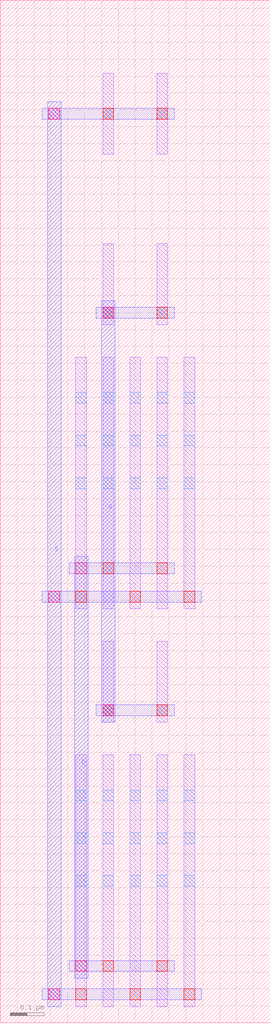
<source format=lef>
MACRO Switch_NMOS_nfin12_n12_X1_Y1
  ORIGIN 0 0 ;
  FOREIGN Switch_NMOS_nfin12_n12_X1_Y1 0 0 ;
  SIZE 0.6400 BY 1.8480 ;
  PIN S
    DIRECTION INOUT ;
    USE SIGNAL ;
    PORT
      LAYER M3 ;
        RECT 0.0600 0.0480 0.1000 1.5480 ;
    END
  END S
  PIN D
    DIRECTION INOUT ;
    USE SIGNAL ;
    PORT
      LAYER M2 ;
        RECT 0.1240 0.1520 0.3560 0.1840 ;
    END
  END D
  PIN G
    DIRECTION INOUT ;
    USE SIGNAL ;
    PORT
      LAYER M2 ;
        RECT 0.1240 0.9080 0.3560 0.9400 ;
    END
  END G
  OBS
    LAYER M1 ;
      RECT 0.3040 0.0480 0.3360 0.7920 ;
    LAYER M1 ;
      RECT 0.3040 0.8880 0.3360 1.1280 ;
    LAYER M1 ;
      RECT 0.3040 1.3920 0.3360 1.6320 ;
    LAYER M1 ;
      RECT 0.2240 0.0480 0.2560 0.7920 ;
    LAYER M1 ;
      RECT 0.3840 0.0480 0.4160 0.7920 ;
    LAYER M2 ;
      RECT 0.0440 0.0680 0.4360 0.1000 ;
    LAYER M2 ;
      RECT 0.0440 1.4960 0.3560 1.5280 ;
    LAYER V1 ;
      RECT 0.2240 0.0680 0.2560 0.1000 ;
    LAYER V1 ;
      RECT 0.3840 0.0680 0.4160 0.1000 ;
    LAYER V1 ;
      RECT 0.3040 0.1520 0.3360 0.1840 ;
    LAYER V1 ;
      RECT 0.3040 0.9080 0.3360 0.9400 ;
    LAYER V1 ;
      RECT 0.3040 1.4960 0.3360 1.5280 ;
    LAYER V2 ;
      RECT 0.0640 0.0680 0.0960 0.1000 ;
    LAYER V2 ;
      RECT 0.0640 1.4960 0.0960 1.5280 ;
    LAYER V0 ;
      RECT 0.3040 0.4040 0.3360 0.4360 ;
    LAYER V0 ;
      RECT 0.3040 0.5300 0.3360 0.5620 ;
    LAYER V0 ;
      RECT 0.3040 0.6560 0.3360 0.6880 ;
    LAYER V0 ;
      RECT 0.3040 0.9080 0.3360 0.9400 ;
    LAYER V0 ;
      RECT 0.3040 1.4960 0.3360 1.5280 ;
    LAYER V0 ;
      RECT 0.2240 0.4040 0.2560 0.4360 ;
    LAYER V0 ;
      RECT 0.2240 0.5300 0.2560 0.5620 ;
    LAYER V0 ;
      RECT 0.2240 0.6560 0.2560 0.6880 ;
    LAYER V0 ;
      RECT 0.3840 0.4040 0.4160 0.4360 ;
    LAYER V0 ;
      RECT 0.3840 0.5300 0.4160 0.5620 ;
    LAYER V0 ;
      RECT 0.3840 0.6560 0.4160 0.6880 ;
  END
END Switch_NMOS_nfin12_n12_X1_Y1
MACRO Switch_PMOS_nfin24_n12_X2_Y1
  ORIGIN 0 0 ;
  FOREIGN Switch_PMOS_nfin24_n12_X2_Y1 0 0 ;
  SIZE 0.8000 BY 1.8480 ;
  PIN S
    DIRECTION INOUT ;
    USE SIGNAL ;
    PORT
      LAYER M3 ;
        RECT 0.1400 0.0480 0.1800 1.5480 ;
    END
  END S
  PIN D
    DIRECTION INOUT ;
    USE SIGNAL ;
    PORT
      LAYER M2 ;
        RECT 0.2840 0.1520 0.5160 0.1840 ;
    END
  END D
  PIN G
    DIRECTION INOUT ;
    USE SIGNAL ;
    PORT
      LAYER M2 ;
        RECT 0.2840 0.9080 0.5160 0.9400 ;
    END
  END G
  OBS
    LAYER M1 ;
      RECT 0.3040 0.0480 0.3360 0.7920 ;
    LAYER M1 ;
      RECT 0.3040 0.8880 0.3360 1.1280 ;
    LAYER M1 ;
      RECT 0.3040 1.3920 0.3360 1.6320 ;
    LAYER M1 ;
      RECT 0.2240 0.0480 0.2560 0.7920 ;
    LAYER M1 ;
      RECT 0.3840 0.0480 0.4160 0.7920 ;
    LAYER M1 ;
      RECT 0.4640 0.0480 0.4960 0.7920 ;
    LAYER M1 ;
      RECT 0.4640 0.8880 0.4960 1.1280 ;
    LAYER M1 ;
      RECT 0.4640 1.3920 0.4960 1.6320 ;
    LAYER M1 ;
      RECT 0.5440 0.0480 0.5760 0.7920 ;
    LAYER M2 ;
      RECT 0.1240 0.0680 0.5960 0.1000 ;
    LAYER M2 ;
      RECT 0.1240 1.4960 0.5160 1.5280 ;
    LAYER V1 ;
      RECT 0.2240 0.0680 0.2560 0.1000 ;
    LAYER V1 ;
      RECT 0.3840 0.0680 0.4160 0.1000 ;
    LAYER V1 ;
      RECT 0.5440 0.0680 0.5760 0.1000 ;
    LAYER V1 ;
      RECT 0.3040 0.1520 0.3360 0.1840 ;
    LAYER V1 ;
      RECT 0.3040 0.9080 0.3360 0.9400 ;
    LAYER V1 ;
      RECT 0.3040 1.4960 0.3360 1.5280 ;
    LAYER V1 ;
      RECT 0.4640 0.1520 0.4960 0.1840 ;
    LAYER V1 ;
      RECT 0.4640 0.9080 0.4960 0.9400 ;
    LAYER V1 ;
      RECT 0.4640 1.4960 0.4960 1.5280 ;
    LAYER V2 ;
      RECT 0.1440 0.0680 0.1760 0.1000 ;
    LAYER V2 ;
      RECT 0.1440 1.4960 0.1760 1.5280 ;
    LAYER V0 ;
      RECT 0.3040 0.4040 0.3360 0.4360 ;
    LAYER V0 ;
      RECT 0.3040 0.5300 0.3360 0.5620 ;
    LAYER V0 ;
      RECT 0.3040 0.6560 0.3360 0.6880 ;
    LAYER V0 ;
      RECT 0.3040 0.9080 0.3360 0.9400 ;
    LAYER V0 ;
      RECT 0.3040 1.4960 0.3360 1.5280 ;
    LAYER V0 ;
      RECT 0.2240 0.4040 0.2560 0.4360 ;
    LAYER V0 ;
      RECT 0.2240 0.5300 0.2560 0.5620 ;
    LAYER V0 ;
      RECT 0.2240 0.6560 0.2560 0.6880 ;
    LAYER V0 ;
      RECT 0.3840 0.4040 0.4160 0.4360 ;
    LAYER V0 ;
      RECT 0.3840 0.4040 0.4160 0.4360 ;
    LAYER V0 ;
      RECT 0.3840 0.5300 0.4160 0.5620 ;
    LAYER V0 ;
      RECT 0.3840 0.5300 0.4160 0.5620 ;
    LAYER V0 ;
      RECT 0.3840 0.6560 0.4160 0.6880 ;
    LAYER V0 ;
      RECT 0.3840 0.6560 0.4160 0.6880 ;
    LAYER V0 ;
      RECT 0.4640 0.4040 0.4960 0.4360 ;
    LAYER V0 ;
      RECT 0.4640 0.5300 0.4960 0.5620 ;
    LAYER V0 ;
      RECT 0.4640 0.6560 0.4960 0.6880 ;
    LAYER V0 ;
      RECT 0.4640 0.9080 0.4960 0.9400 ;
    LAYER V0 ;
      RECT 0.4640 1.4960 0.4960 1.5280 ;
    LAYER V0 ;
      RECT 0.5440 0.4040 0.5760 0.4360 ;
    LAYER V0 ;
      RECT 0.5440 0.5300 0.5760 0.5620 ;
    LAYER V0 ;
      RECT 0.5440 0.6560 0.5760 0.6880 ;
  END
END Switch_PMOS_nfin24_n12_X2_Y1
MACRO Switch_NMOS_nfin48_n12_X2_Y2
  ORIGIN 0 0 ;
  FOREIGN Switch_NMOS_nfin48_n12_X2_Y2 0 0 ;
  SIZE 0.8000 BY 3.0240 ;
  PIN S
    DIRECTION INOUT ;
    USE SIGNAL ;
    PORT
      LAYER M3 ;
        RECT 0.1400 0.0480 0.1800 2.7240 ;
    END
  END S
  PIN D
    DIRECTION INOUT ;
    USE SIGNAL ;
    PORT
      LAYER M3 ;
        RECT 0.2200 0.1320 0.2600 1.3800 ;
    END
  END D
  PIN G
    DIRECTION INOUT ;
    USE SIGNAL ;
    PORT
      LAYER M3 ;
        RECT 0.3000 0.8880 0.3400 2.1360 ;
    END
  END G
  OBS
    LAYER M1 ;
      RECT 0.3040 0.0480 0.3360 0.7920 ;
    LAYER M1 ;
      RECT 0.3040 0.8880 0.3360 1.1280 ;
    LAYER M1 ;
      RECT 0.3040 1.2240 0.3360 1.9680 ;
    LAYER M1 ;
      RECT 0.3040 2.0640 0.3360 2.3040 ;
    LAYER M1 ;
      RECT 0.3040 2.5680 0.3360 2.8080 ;
    LAYER M1 ;
      RECT 0.2240 0.0480 0.2560 0.7920 ;
    LAYER M1 ;
      RECT 0.2240 1.2240 0.2560 1.9680 ;
    LAYER M1 ;
      RECT 0.3840 0.0480 0.4160 0.7920 ;
    LAYER M1 ;
      RECT 0.3840 1.2240 0.4160 1.9680 ;
    LAYER M1 ;
      RECT 0.4640 0.0480 0.4960 0.7920 ;
    LAYER M1 ;
      RECT 0.4640 0.8880 0.4960 1.1280 ;
    LAYER M1 ;
      RECT 0.4640 1.2240 0.4960 1.9680 ;
    LAYER M1 ;
      RECT 0.4640 2.0640 0.4960 2.3040 ;
    LAYER M1 ;
      RECT 0.4640 2.5680 0.4960 2.8080 ;
    LAYER M1 ;
      RECT 0.5440 0.0480 0.5760 0.7920 ;
    LAYER M1 ;
      RECT 0.5440 1.2240 0.5760 1.9680 ;
    LAYER M2 ;
      RECT 0.1240 0.0680 0.5960 0.1000 ;
    LAYER M2 ;
      RECT 0.2040 0.1520 0.5160 0.1840 ;
    LAYER M2 ;
      RECT 0.2840 0.9080 0.5160 0.9400 ;
    LAYER M2 ;
      RECT 0.1240 1.2440 0.5960 1.2760 ;
    LAYER M2 ;
      RECT 0.1240 2.6720 0.5160 2.7040 ;
    LAYER M2 ;
      RECT 0.2040 1.3280 0.5160 1.3600 ;
    LAYER M2 ;
      RECT 0.2840 2.0840 0.5160 2.1160 ;
    LAYER V1 ;
      RECT 0.2240 0.0680 0.2560 0.1000 ;
    LAYER V1 ;
      RECT 0.2240 1.2440 0.2560 1.2760 ;
    LAYER V1 ;
      RECT 0.3840 0.0680 0.4160 0.1000 ;
    LAYER V1 ;
      RECT 0.3840 1.2440 0.4160 1.2760 ;
    LAYER V1 ;
      RECT 0.5440 0.0680 0.5760 0.1000 ;
    LAYER V1 ;
      RECT 0.5440 1.2440 0.5760 1.2760 ;
    LAYER V1 ;
      RECT 0.3040 0.1520 0.3360 0.1840 ;
    LAYER V1 ;
      RECT 0.3040 0.9080 0.3360 0.9400 ;
    LAYER V1 ;
      RECT 0.3040 1.3280 0.3360 1.3600 ;
    LAYER V1 ;
      RECT 0.3040 2.0840 0.3360 2.1160 ;
    LAYER V1 ;
      RECT 0.3040 2.6720 0.3360 2.7040 ;
    LAYER V1 ;
      RECT 0.4640 0.1520 0.4960 0.1840 ;
    LAYER V1 ;
      RECT 0.4640 0.9080 0.4960 0.9400 ;
    LAYER V1 ;
      RECT 0.4640 1.3280 0.4960 1.3600 ;
    LAYER V1 ;
      RECT 0.4640 2.0840 0.4960 2.1160 ;
    LAYER V1 ;
      RECT 0.4640 2.6720 0.4960 2.7040 ;
    LAYER V2 ;
      RECT 0.1440 0.0680 0.1760 0.1000 ;
    LAYER V2 ;
      RECT 0.1440 1.2440 0.1760 1.2760 ;
    LAYER V2 ;
      RECT 0.1440 2.6720 0.1760 2.7040 ;
    LAYER V2 ;
      RECT 0.2240 0.1520 0.2560 0.1840 ;
    LAYER V2 ;
      RECT 0.2240 1.3280 0.2560 1.3600 ;
    LAYER V2 ;
      RECT 0.3040 0.9080 0.3360 0.9400 ;
    LAYER V2 ;
      RECT 0.3040 2.0840 0.3360 2.1160 ;
    LAYER V0 ;
      RECT 0.3040 0.4040 0.3360 0.4360 ;
    LAYER V0 ;
      RECT 0.3040 0.5300 0.3360 0.5620 ;
    LAYER V0 ;
      RECT 0.3040 0.6560 0.3360 0.6880 ;
    LAYER V0 ;
      RECT 0.3040 0.9080 0.3360 0.9400 ;
    LAYER V0 ;
      RECT 0.3040 1.5800 0.3360 1.6120 ;
    LAYER V0 ;
      RECT 0.3040 1.7060 0.3360 1.7380 ;
    LAYER V0 ;
      RECT 0.3040 1.8320 0.3360 1.8640 ;
    LAYER V0 ;
      RECT 0.3040 2.0840 0.3360 2.1160 ;
    LAYER V0 ;
      RECT 0.3040 2.6720 0.3360 2.7040 ;
    LAYER V0 ;
      RECT 0.3040 2.6720 0.3360 2.7040 ;
    LAYER V0 ;
      RECT 0.2240 0.4040 0.2560 0.4360 ;
    LAYER V0 ;
      RECT 0.2240 0.5300 0.2560 0.5620 ;
    LAYER V0 ;
      RECT 0.2240 0.6560 0.2560 0.6880 ;
    LAYER V0 ;
      RECT 0.2240 1.5800 0.2560 1.6120 ;
    LAYER V0 ;
      RECT 0.2240 1.7060 0.2560 1.7380 ;
    LAYER V0 ;
      RECT 0.2240 1.8320 0.2560 1.8640 ;
    LAYER V0 ;
      RECT 0.3840 0.4040 0.4160 0.4360 ;
    LAYER V0 ;
      RECT 0.3840 0.4040 0.4160 0.4360 ;
    LAYER V0 ;
      RECT 0.3840 0.5300 0.4160 0.5620 ;
    LAYER V0 ;
      RECT 0.3840 0.5300 0.4160 0.5620 ;
    LAYER V0 ;
      RECT 0.3840 0.6560 0.4160 0.6880 ;
    LAYER V0 ;
      RECT 0.3840 0.6560 0.4160 0.6880 ;
    LAYER V0 ;
      RECT 0.3840 1.5800 0.4160 1.6120 ;
    LAYER V0 ;
      RECT 0.3840 1.5800 0.4160 1.6120 ;
    LAYER V0 ;
      RECT 0.3840 1.7060 0.4160 1.7380 ;
    LAYER V0 ;
      RECT 0.3840 1.7060 0.4160 1.7380 ;
    LAYER V0 ;
      RECT 0.3840 1.8320 0.4160 1.8640 ;
    LAYER V0 ;
      RECT 0.3840 1.8320 0.4160 1.8640 ;
    LAYER V0 ;
      RECT 0.4640 0.4040 0.4960 0.4360 ;
    LAYER V0 ;
      RECT 0.4640 0.5300 0.4960 0.5620 ;
    LAYER V0 ;
      RECT 0.4640 0.6560 0.4960 0.6880 ;
    LAYER V0 ;
      RECT 0.4640 0.9080 0.4960 0.9400 ;
    LAYER V0 ;
      RECT 0.4640 1.5800 0.4960 1.6120 ;
    LAYER V0 ;
      RECT 0.4640 1.7060 0.4960 1.7380 ;
    LAYER V0 ;
      RECT 0.4640 1.8320 0.4960 1.8640 ;
    LAYER V0 ;
      RECT 0.4640 2.0840 0.4960 2.1160 ;
    LAYER V0 ;
      RECT 0.4640 2.6720 0.4960 2.7040 ;
    LAYER V0 ;
      RECT 0.4640 2.6720 0.4960 2.7040 ;
    LAYER V0 ;
      RECT 0.5440 0.4040 0.5760 0.4360 ;
    LAYER V0 ;
      RECT 0.5440 0.5300 0.5760 0.5620 ;
    LAYER V0 ;
      RECT 0.5440 0.6560 0.5760 0.6880 ;
    LAYER V0 ;
      RECT 0.5440 1.5800 0.5760 1.6120 ;
    LAYER V0 ;
      RECT 0.5440 1.7060 0.5760 1.7380 ;
    LAYER V0 ;
      RECT 0.5440 1.8320 0.5760 1.8640 ;
  END
END Switch_NMOS_nfin48_n12_X2_Y2
MACRO Switch_PMOS_nfin12_n12_X1_Y1
  ORIGIN 0 0 ;
  FOREIGN Switch_PMOS_nfin12_n12_X1_Y1 0 0 ;
  SIZE 0.6400 BY 1.8480 ;
  PIN S
    DIRECTION INOUT ;
    USE SIGNAL ;
    PORT
      LAYER M3 ;
        RECT 0.0600 0.0480 0.1000 1.5480 ;
    END
  END S
  PIN D
    DIRECTION INOUT ;
    USE SIGNAL ;
    PORT
      LAYER M2 ;
        RECT 0.1240 0.1520 0.3560 0.1840 ;
    END
  END D
  PIN G
    DIRECTION INOUT ;
    USE SIGNAL ;
    PORT
      LAYER M2 ;
        RECT 0.1240 0.9080 0.3560 0.9400 ;
    END
  END G
  OBS
    LAYER M1 ;
      RECT 0.3040 0.0480 0.3360 0.7920 ;
    LAYER M1 ;
      RECT 0.3040 0.8880 0.3360 1.1280 ;
    LAYER M1 ;
      RECT 0.3040 1.3920 0.3360 1.6320 ;
    LAYER M1 ;
      RECT 0.2240 0.0480 0.2560 0.7920 ;
    LAYER M1 ;
      RECT 0.3840 0.0480 0.4160 0.7920 ;
    LAYER M2 ;
      RECT 0.0440 0.0680 0.4360 0.1000 ;
    LAYER M2 ;
      RECT 0.0440 1.4960 0.3560 1.5280 ;
    LAYER V1 ;
      RECT 0.2240 0.0680 0.2560 0.1000 ;
    LAYER V1 ;
      RECT 0.3840 0.0680 0.4160 0.1000 ;
    LAYER V1 ;
      RECT 0.3040 0.1520 0.3360 0.1840 ;
    LAYER V1 ;
      RECT 0.3040 0.9080 0.3360 0.9400 ;
    LAYER V1 ;
      RECT 0.3040 1.4960 0.3360 1.5280 ;
    LAYER V2 ;
      RECT 0.0640 0.0680 0.0960 0.1000 ;
    LAYER V2 ;
      RECT 0.0640 1.4960 0.0960 1.5280 ;
    LAYER V0 ;
      RECT 0.3040 0.4040 0.3360 0.4360 ;
    LAYER V0 ;
      RECT 0.3040 0.5300 0.3360 0.5620 ;
    LAYER V0 ;
      RECT 0.3040 0.6560 0.3360 0.6880 ;
    LAYER V0 ;
      RECT 0.3040 0.9080 0.3360 0.9400 ;
    LAYER V0 ;
      RECT 0.3040 1.4960 0.3360 1.5280 ;
    LAYER V0 ;
      RECT 0.2240 0.4040 0.2560 0.4360 ;
    LAYER V0 ;
      RECT 0.2240 0.5300 0.2560 0.5620 ;
    LAYER V0 ;
      RECT 0.2240 0.6560 0.2560 0.6880 ;
    LAYER V0 ;
      RECT 0.3840 0.4040 0.4160 0.4360 ;
    LAYER V0 ;
      RECT 0.3840 0.5300 0.4160 0.5620 ;
    LAYER V0 ;
      RECT 0.3840 0.6560 0.4160 0.6880 ;
  END
END Switch_PMOS_nfin12_n12_X1_Y1

</source>
